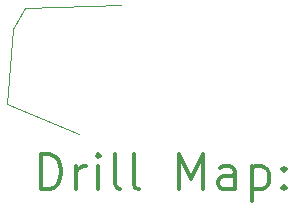
<source format=gbr>
%FSLAX45Y45*%
G04 Gerber Fmt 4.5, Leading zero omitted, Abs format (unit mm)*
G04 Created by KiCad (PCBNEW (6.0.0-rc1-dev-347-gd8782b751)) date 11/16/19 21:01:58*
%MOMM*%
%LPD*%
G01*
G04 APERTURE LIST*
%ADD10C,0.050000*%
%ADD11C,0.200000*%
%ADD12C,0.300000*%
G04 APERTURE END LIST*
D10*
X1447800Y-1574800D02*
X1549400Y-1397000D01*
X1397000Y-2209800D02*
X1447800Y-1574800D01*
X2006600Y-2463800D02*
X1397000Y-2209800D01*
X1549400Y-1397000D02*
X2362200Y-1371600D01*
D11*
D12*
X1680928Y-2932014D02*
X1680928Y-2632014D01*
X1752357Y-2632014D01*
X1795214Y-2646300D01*
X1823786Y-2674872D01*
X1838071Y-2703443D01*
X1852357Y-2760586D01*
X1852357Y-2803443D01*
X1838071Y-2860586D01*
X1823786Y-2889157D01*
X1795214Y-2917729D01*
X1752357Y-2932014D01*
X1680928Y-2932014D01*
X1980928Y-2932014D02*
X1980928Y-2732014D01*
X1980928Y-2789157D02*
X1995214Y-2760586D01*
X2009500Y-2746300D01*
X2038071Y-2732014D01*
X2066643Y-2732014D01*
X2166643Y-2932014D02*
X2166643Y-2732014D01*
X2166643Y-2632014D02*
X2152357Y-2646300D01*
X2166643Y-2660586D01*
X2180928Y-2646300D01*
X2166643Y-2632014D01*
X2166643Y-2660586D01*
X2352357Y-2932014D02*
X2323786Y-2917729D01*
X2309500Y-2889157D01*
X2309500Y-2632014D01*
X2509500Y-2932014D02*
X2480928Y-2917729D01*
X2466643Y-2889157D01*
X2466643Y-2632014D01*
X2852357Y-2932014D02*
X2852357Y-2632014D01*
X2952357Y-2846300D01*
X3052357Y-2632014D01*
X3052357Y-2932014D01*
X3323786Y-2932014D02*
X3323786Y-2774872D01*
X3309500Y-2746300D01*
X3280928Y-2732014D01*
X3223786Y-2732014D01*
X3195214Y-2746300D01*
X3323786Y-2917729D02*
X3295214Y-2932014D01*
X3223786Y-2932014D01*
X3195214Y-2917729D01*
X3180928Y-2889157D01*
X3180928Y-2860586D01*
X3195214Y-2832014D01*
X3223786Y-2817729D01*
X3295214Y-2817729D01*
X3323786Y-2803443D01*
X3466643Y-2732014D02*
X3466643Y-3032014D01*
X3466643Y-2746300D02*
X3495214Y-2732014D01*
X3552357Y-2732014D01*
X3580928Y-2746300D01*
X3595214Y-2760586D01*
X3609500Y-2789157D01*
X3609500Y-2874871D01*
X3595214Y-2903443D01*
X3580928Y-2917729D01*
X3552357Y-2932014D01*
X3495214Y-2932014D01*
X3466643Y-2917729D01*
X3738071Y-2903443D02*
X3752357Y-2917729D01*
X3738071Y-2932014D01*
X3723786Y-2917729D01*
X3738071Y-2903443D01*
X3738071Y-2932014D01*
X3738071Y-2746300D02*
X3752357Y-2760586D01*
X3738071Y-2774872D01*
X3723786Y-2760586D01*
X3738071Y-2746300D01*
X3738071Y-2774872D01*
M02*

</source>
